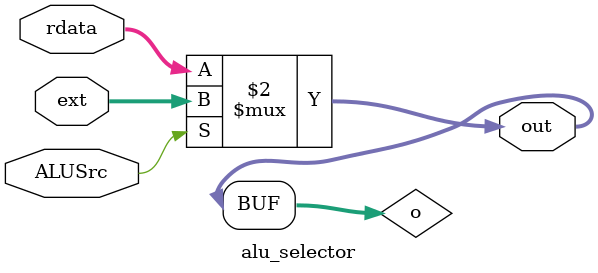
<source format=v>
`timescale 1ns / 1ps
module alu_selector(
    input [31:0] rdata,
    input [31:0] ext,
    input ALUSrc,
    output [31:0] out
    );
	 
	 reg [31:0] o;
	 initial begin
		o <= 32'b0;
	 end
	 
	 assign out = o;
	 always@(rdata,ext,ALUSrc)begin
		o <= (ALUSrc)?ext:rdata;
	 end
endmodule

</source>
